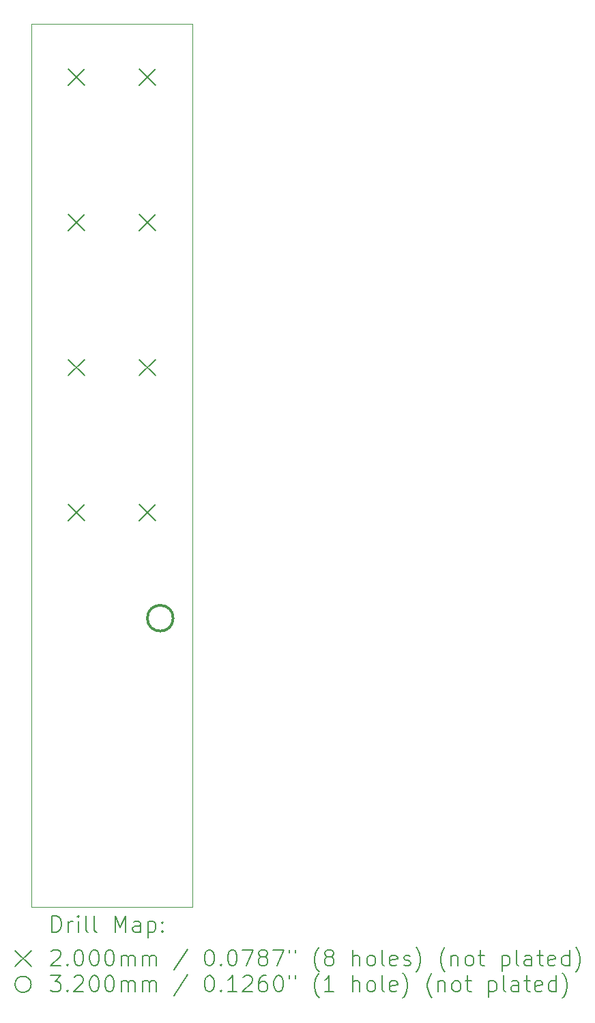
<source format=gbr>
%TF.GenerationSoftware,KiCad,Pcbnew,7.0.7-7.0.7~ubuntu22.04.1*%
%TF.CreationDate,2023-09-25T23:33:45+02:00*%
%TF.ProjectId,Basic-ADSR,42617369-632d-4414-9453-522e6b696361,rev?*%
%TF.SameCoordinates,Original*%
%TF.FileFunction,Drillmap*%
%TF.FilePolarity,Positive*%
%FSLAX45Y45*%
G04 Gerber Fmt 4.5, Leading zero omitted, Abs format (unit mm)*
G04 Created by KiCad (PCBNEW 7.0.7-7.0.7~ubuntu22.04.1) date 2023-09-25 23:33:45*
%MOMM*%
%LPD*%
G01*
G04 APERTURE LIST*
%ADD10C,0.050000*%
%ADD11C,0.200000*%
%ADD12C,0.320000*%
G04 APERTURE END LIST*
D10*
X6400000Y-3400000D02*
X8400000Y-3400000D01*
X8400000Y-3400000D02*
X8400000Y-14350000D01*
X6400000Y-14350000D02*
X8400000Y-14350000D01*
X6400000Y-3400000D02*
X6400000Y-14350000D01*
D11*
X6860000Y-3960000D02*
X7060000Y-4160000D01*
X7060000Y-3960000D02*
X6860000Y-4160000D01*
X6860000Y-5760000D02*
X7060000Y-5960000D01*
X7060000Y-5760000D02*
X6860000Y-5960000D01*
X6860000Y-7560000D02*
X7060000Y-7760000D01*
X7060000Y-7560000D02*
X6860000Y-7760000D01*
X6860000Y-9360000D02*
X7060000Y-9560000D01*
X7060000Y-9360000D02*
X6860000Y-9560000D01*
X7740000Y-3960000D02*
X7940000Y-4160000D01*
X7940000Y-3960000D02*
X7740000Y-4160000D01*
X7740000Y-5760000D02*
X7940000Y-5960000D01*
X7940000Y-5760000D02*
X7740000Y-5960000D01*
X7740000Y-7560000D02*
X7940000Y-7760000D01*
X7940000Y-7560000D02*
X7740000Y-7760000D01*
X7740000Y-9360000D02*
X7940000Y-9560000D01*
X7940000Y-9360000D02*
X7740000Y-9560000D01*
D12*
X8160000Y-10770000D02*
G75*
G03*
X8160000Y-10770000I-160000J0D01*
G01*
D11*
X6658277Y-14663984D02*
X6658277Y-14463984D01*
X6658277Y-14463984D02*
X6705896Y-14463984D01*
X6705896Y-14463984D02*
X6734467Y-14473508D01*
X6734467Y-14473508D02*
X6753515Y-14492555D01*
X6753515Y-14492555D02*
X6763039Y-14511603D01*
X6763039Y-14511603D02*
X6772562Y-14549698D01*
X6772562Y-14549698D02*
X6772562Y-14578269D01*
X6772562Y-14578269D02*
X6763039Y-14616365D01*
X6763039Y-14616365D02*
X6753515Y-14635412D01*
X6753515Y-14635412D02*
X6734467Y-14654460D01*
X6734467Y-14654460D02*
X6705896Y-14663984D01*
X6705896Y-14663984D02*
X6658277Y-14663984D01*
X6858277Y-14663984D02*
X6858277Y-14530650D01*
X6858277Y-14568746D02*
X6867801Y-14549698D01*
X6867801Y-14549698D02*
X6877324Y-14540174D01*
X6877324Y-14540174D02*
X6896372Y-14530650D01*
X6896372Y-14530650D02*
X6915420Y-14530650D01*
X6982086Y-14663984D02*
X6982086Y-14530650D01*
X6982086Y-14463984D02*
X6972562Y-14473508D01*
X6972562Y-14473508D02*
X6982086Y-14483031D01*
X6982086Y-14483031D02*
X6991610Y-14473508D01*
X6991610Y-14473508D02*
X6982086Y-14463984D01*
X6982086Y-14463984D02*
X6982086Y-14483031D01*
X7105896Y-14663984D02*
X7086848Y-14654460D01*
X7086848Y-14654460D02*
X7077324Y-14635412D01*
X7077324Y-14635412D02*
X7077324Y-14463984D01*
X7210658Y-14663984D02*
X7191610Y-14654460D01*
X7191610Y-14654460D02*
X7182086Y-14635412D01*
X7182086Y-14635412D02*
X7182086Y-14463984D01*
X7439229Y-14663984D02*
X7439229Y-14463984D01*
X7439229Y-14463984D02*
X7505896Y-14606841D01*
X7505896Y-14606841D02*
X7572562Y-14463984D01*
X7572562Y-14463984D02*
X7572562Y-14663984D01*
X7753515Y-14663984D02*
X7753515Y-14559222D01*
X7753515Y-14559222D02*
X7743991Y-14540174D01*
X7743991Y-14540174D02*
X7724943Y-14530650D01*
X7724943Y-14530650D02*
X7686848Y-14530650D01*
X7686848Y-14530650D02*
X7667801Y-14540174D01*
X7753515Y-14654460D02*
X7734467Y-14663984D01*
X7734467Y-14663984D02*
X7686848Y-14663984D01*
X7686848Y-14663984D02*
X7667801Y-14654460D01*
X7667801Y-14654460D02*
X7658277Y-14635412D01*
X7658277Y-14635412D02*
X7658277Y-14616365D01*
X7658277Y-14616365D02*
X7667801Y-14597317D01*
X7667801Y-14597317D02*
X7686848Y-14587793D01*
X7686848Y-14587793D02*
X7734467Y-14587793D01*
X7734467Y-14587793D02*
X7753515Y-14578269D01*
X7848753Y-14530650D02*
X7848753Y-14730650D01*
X7848753Y-14540174D02*
X7867801Y-14530650D01*
X7867801Y-14530650D02*
X7905896Y-14530650D01*
X7905896Y-14530650D02*
X7924943Y-14540174D01*
X7924943Y-14540174D02*
X7934467Y-14549698D01*
X7934467Y-14549698D02*
X7943991Y-14568746D01*
X7943991Y-14568746D02*
X7943991Y-14625888D01*
X7943991Y-14625888D02*
X7934467Y-14644936D01*
X7934467Y-14644936D02*
X7924943Y-14654460D01*
X7924943Y-14654460D02*
X7905896Y-14663984D01*
X7905896Y-14663984D02*
X7867801Y-14663984D01*
X7867801Y-14663984D02*
X7848753Y-14654460D01*
X8029705Y-14644936D02*
X8039229Y-14654460D01*
X8039229Y-14654460D02*
X8029705Y-14663984D01*
X8029705Y-14663984D02*
X8020182Y-14654460D01*
X8020182Y-14654460D02*
X8029705Y-14644936D01*
X8029705Y-14644936D02*
X8029705Y-14663984D01*
X8029705Y-14540174D02*
X8039229Y-14549698D01*
X8039229Y-14549698D02*
X8029705Y-14559222D01*
X8029705Y-14559222D02*
X8020182Y-14549698D01*
X8020182Y-14549698D02*
X8029705Y-14540174D01*
X8029705Y-14540174D02*
X8029705Y-14559222D01*
X6197500Y-14892500D02*
X6397500Y-15092500D01*
X6397500Y-14892500D02*
X6197500Y-15092500D01*
X6648753Y-14903031D02*
X6658277Y-14893508D01*
X6658277Y-14893508D02*
X6677324Y-14883984D01*
X6677324Y-14883984D02*
X6724943Y-14883984D01*
X6724943Y-14883984D02*
X6743991Y-14893508D01*
X6743991Y-14893508D02*
X6753515Y-14903031D01*
X6753515Y-14903031D02*
X6763039Y-14922079D01*
X6763039Y-14922079D02*
X6763039Y-14941127D01*
X6763039Y-14941127D02*
X6753515Y-14969698D01*
X6753515Y-14969698D02*
X6639229Y-15083984D01*
X6639229Y-15083984D02*
X6763039Y-15083984D01*
X6848753Y-15064936D02*
X6858277Y-15074460D01*
X6858277Y-15074460D02*
X6848753Y-15083984D01*
X6848753Y-15083984D02*
X6839229Y-15074460D01*
X6839229Y-15074460D02*
X6848753Y-15064936D01*
X6848753Y-15064936D02*
X6848753Y-15083984D01*
X6982086Y-14883984D02*
X7001134Y-14883984D01*
X7001134Y-14883984D02*
X7020182Y-14893508D01*
X7020182Y-14893508D02*
X7029705Y-14903031D01*
X7029705Y-14903031D02*
X7039229Y-14922079D01*
X7039229Y-14922079D02*
X7048753Y-14960174D01*
X7048753Y-14960174D02*
X7048753Y-15007793D01*
X7048753Y-15007793D02*
X7039229Y-15045888D01*
X7039229Y-15045888D02*
X7029705Y-15064936D01*
X7029705Y-15064936D02*
X7020182Y-15074460D01*
X7020182Y-15074460D02*
X7001134Y-15083984D01*
X7001134Y-15083984D02*
X6982086Y-15083984D01*
X6982086Y-15083984D02*
X6963039Y-15074460D01*
X6963039Y-15074460D02*
X6953515Y-15064936D01*
X6953515Y-15064936D02*
X6943991Y-15045888D01*
X6943991Y-15045888D02*
X6934467Y-15007793D01*
X6934467Y-15007793D02*
X6934467Y-14960174D01*
X6934467Y-14960174D02*
X6943991Y-14922079D01*
X6943991Y-14922079D02*
X6953515Y-14903031D01*
X6953515Y-14903031D02*
X6963039Y-14893508D01*
X6963039Y-14893508D02*
X6982086Y-14883984D01*
X7172562Y-14883984D02*
X7191610Y-14883984D01*
X7191610Y-14883984D02*
X7210658Y-14893508D01*
X7210658Y-14893508D02*
X7220182Y-14903031D01*
X7220182Y-14903031D02*
X7229705Y-14922079D01*
X7229705Y-14922079D02*
X7239229Y-14960174D01*
X7239229Y-14960174D02*
X7239229Y-15007793D01*
X7239229Y-15007793D02*
X7229705Y-15045888D01*
X7229705Y-15045888D02*
X7220182Y-15064936D01*
X7220182Y-15064936D02*
X7210658Y-15074460D01*
X7210658Y-15074460D02*
X7191610Y-15083984D01*
X7191610Y-15083984D02*
X7172562Y-15083984D01*
X7172562Y-15083984D02*
X7153515Y-15074460D01*
X7153515Y-15074460D02*
X7143991Y-15064936D01*
X7143991Y-15064936D02*
X7134467Y-15045888D01*
X7134467Y-15045888D02*
X7124943Y-15007793D01*
X7124943Y-15007793D02*
X7124943Y-14960174D01*
X7124943Y-14960174D02*
X7134467Y-14922079D01*
X7134467Y-14922079D02*
X7143991Y-14903031D01*
X7143991Y-14903031D02*
X7153515Y-14893508D01*
X7153515Y-14893508D02*
X7172562Y-14883984D01*
X7363039Y-14883984D02*
X7382086Y-14883984D01*
X7382086Y-14883984D02*
X7401134Y-14893508D01*
X7401134Y-14893508D02*
X7410658Y-14903031D01*
X7410658Y-14903031D02*
X7420182Y-14922079D01*
X7420182Y-14922079D02*
X7429705Y-14960174D01*
X7429705Y-14960174D02*
X7429705Y-15007793D01*
X7429705Y-15007793D02*
X7420182Y-15045888D01*
X7420182Y-15045888D02*
X7410658Y-15064936D01*
X7410658Y-15064936D02*
X7401134Y-15074460D01*
X7401134Y-15074460D02*
X7382086Y-15083984D01*
X7382086Y-15083984D02*
X7363039Y-15083984D01*
X7363039Y-15083984D02*
X7343991Y-15074460D01*
X7343991Y-15074460D02*
X7334467Y-15064936D01*
X7334467Y-15064936D02*
X7324943Y-15045888D01*
X7324943Y-15045888D02*
X7315420Y-15007793D01*
X7315420Y-15007793D02*
X7315420Y-14960174D01*
X7315420Y-14960174D02*
X7324943Y-14922079D01*
X7324943Y-14922079D02*
X7334467Y-14903031D01*
X7334467Y-14903031D02*
X7343991Y-14893508D01*
X7343991Y-14893508D02*
X7363039Y-14883984D01*
X7515420Y-15083984D02*
X7515420Y-14950650D01*
X7515420Y-14969698D02*
X7524943Y-14960174D01*
X7524943Y-14960174D02*
X7543991Y-14950650D01*
X7543991Y-14950650D02*
X7572563Y-14950650D01*
X7572563Y-14950650D02*
X7591610Y-14960174D01*
X7591610Y-14960174D02*
X7601134Y-14979222D01*
X7601134Y-14979222D02*
X7601134Y-15083984D01*
X7601134Y-14979222D02*
X7610658Y-14960174D01*
X7610658Y-14960174D02*
X7629705Y-14950650D01*
X7629705Y-14950650D02*
X7658277Y-14950650D01*
X7658277Y-14950650D02*
X7677324Y-14960174D01*
X7677324Y-14960174D02*
X7686848Y-14979222D01*
X7686848Y-14979222D02*
X7686848Y-15083984D01*
X7782086Y-15083984D02*
X7782086Y-14950650D01*
X7782086Y-14969698D02*
X7791610Y-14960174D01*
X7791610Y-14960174D02*
X7810658Y-14950650D01*
X7810658Y-14950650D02*
X7839229Y-14950650D01*
X7839229Y-14950650D02*
X7858277Y-14960174D01*
X7858277Y-14960174D02*
X7867801Y-14979222D01*
X7867801Y-14979222D02*
X7867801Y-15083984D01*
X7867801Y-14979222D02*
X7877324Y-14960174D01*
X7877324Y-14960174D02*
X7896372Y-14950650D01*
X7896372Y-14950650D02*
X7924943Y-14950650D01*
X7924943Y-14950650D02*
X7943991Y-14960174D01*
X7943991Y-14960174D02*
X7953515Y-14979222D01*
X7953515Y-14979222D02*
X7953515Y-15083984D01*
X8343991Y-14874460D02*
X8172563Y-15131603D01*
X8601134Y-14883984D02*
X8620182Y-14883984D01*
X8620182Y-14883984D02*
X8639229Y-14893508D01*
X8639229Y-14893508D02*
X8648753Y-14903031D01*
X8648753Y-14903031D02*
X8658277Y-14922079D01*
X8658277Y-14922079D02*
X8667801Y-14960174D01*
X8667801Y-14960174D02*
X8667801Y-15007793D01*
X8667801Y-15007793D02*
X8658277Y-15045888D01*
X8658277Y-15045888D02*
X8648753Y-15064936D01*
X8648753Y-15064936D02*
X8639229Y-15074460D01*
X8639229Y-15074460D02*
X8620182Y-15083984D01*
X8620182Y-15083984D02*
X8601134Y-15083984D01*
X8601134Y-15083984D02*
X8582087Y-15074460D01*
X8582087Y-15074460D02*
X8572563Y-15064936D01*
X8572563Y-15064936D02*
X8563039Y-15045888D01*
X8563039Y-15045888D02*
X8553515Y-15007793D01*
X8553515Y-15007793D02*
X8553515Y-14960174D01*
X8553515Y-14960174D02*
X8563039Y-14922079D01*
X8563039Y-14922079D02*
X8572563Y-14903031D01*
X8572563Y-14903031D02*
X8582087Y-14893508D01*
X8582087Y-14893508D02*
X8601134Y-14883984D01*
X8753515Y-15064936D02*
X8763039Y-15074460D01*
X8763039Y-15074460D02*
X8753515Y-15083984D01*
X8753515Y-15083984D02*
X8743991Y-15074460D01*
X8743991Y-15074460D02*
X8753515Y-15064936D01*
X8753515Y-15064936D02*
X8753515Y-15083984D01*
X8886848Y-14883984D02*
X8905896Y-14883984D01*
X8905896Y-14883984D02*
X8924944Y-14893508D01*
X8924944Y-14893508D02*
X8934468Y-14903031D01*
X8934468Y-14903031D02*
X8943991Y-14922079D01*
X8943991Y-14922079D02*
X8953515Y-14960174D01*
X8953515Y-14960174D02*
X8953515Y-15007793D01*
X8953515Y-15007793D02*
X8943991Y-15045888D01*
X8943991Y-15045888D02*
X8934468Y-15064936D01*
X8934468Y-15064936D02*
X8924944Y-15074460D01*
X8924944Y-15074460D02*
X8905896Y-15083984D01*
X8905896Y-15083984D02*
X8886848Y-15083984D01*
X8886848Y-15083984D02*
X8867801Y-15074460D01*
X8867801Y-15074460D02*
X8858277Y-15064936D01*
X8858277Y-15064936D02*
X8848753Y-15045888D01*
X8848753Y-15045888D02*
X8839229Y-15007793D01*
X8839229Y-15007793D02*
X8839229Y-14960174D01*
X8839229Y-14960174D02*
X8848753Y-14922079D01*
X8848753Y-14922079D02*
X8858277Y-14903031D01*
X8858277Y-14903031D02*
X8867801Y-14893508D01*
X8867801Y-14893508D02*
X8886848Y-14883984D01*
X9020182Y-14883984D02*
X9153515Y-14883984D01*
X9153515Y-14883984D02*
X9067801Y-15083984D01*
X9258277Y-14969698D02*
X9239229Y-14960174D01*
X9239229Y-14960174D02*
X9229706Y-14950650D01*
X9229706Y-14950650D02*
X9220182Y-14931603D01*
X9220182Y-14931603D02*
X9220182Y-14922079D01*
X9220182Y-14922079D02*
X9229706Y-14903031D01*
X9229706Y-14903031D02*
X9239229Y-14893508D01*
X9239229Y-14893508D02*
X9258277Y-14883984D01*
X9258277Y-14883984D02*
X9296372Y-14883984D01*
X9296372Y-14883984D02*
X9315420Y-14893508D01*
X9315420Y-14893508D02*
X9324944Y-14903031D01*
X9324944Y-14903031D02*
X9334468Y-14922079D01*
X9334468Y-14922079D02*
X9334468Y-14931603D01*
X9334468Y-14931603D02*
X9324944Y-14950650D01*
X9324944Y-14950650D02*
X9315420Y-14960174D01*
X9315420Y-14960174D02*
X9296372Y-14969698D01*
X9296372Y-14969698D02*
X9258277Y-14969698D01*
X9258277Y-14969698D02*
X9239229Y-14979222D01*
X9239229Y-14979222D02*
X9229706Y-14988746D01*
X9229706Y-14988746D02*
X9220182Y-15007793D01*
X9220182Y-15007793D02*
X9220182Y-15045888D01*
X9220182Y-15045888D02*
X9229706Y-15064936D01*
X9229706Y-15064936D02*
X9239229Y-15074460D01*
X9239229Y-15074460D02*
X9258277Y-15083984D01*
X9258277Y-15083984D02*
X9296372Y-15083984D01*
X9296372Y-15083984D02*
X9315420Y-15074460D01*
X9315420Y-15074460D02*
X9324944Y-15064936D01*
X9324944Y-15064936D02*
X9334468Y-15045888D01*
X9334468Y-15045888D02*
X9334468Y-15007793D01*
X9334468Y-15007793D02*
X9324944Y-14988746D01*
X9324944Y-14988746D02*
X9315420Y-14979222D01*
X9315420Y-14979222D02*
X9296372Y-14969698D01*
X9401134Y-14883984D02*
X9534468Y-14883984D01*
X9534468Y-14883984D02*
X9448753Y-15083984D01*
X9601134Y-14883984D02*
X9601134Y-14922079D01*
X9677325Y-14883984D02*
X9677325Y-14922079D01*
X9972563Y-15160174D02*
X9963039Y-15150650D01*
X9963039Y-15150650D02*
X9943991Y-15122079D01*
X9943991Y-15122079D02*
X9934468Y-15103031D01*
X9934468Y-15103031D02*
X9924944Y-15074460D01*
X9924944Y-15074460D02*
X9915420Y-15026841D01*
X9915420Y-15026841D02*
X9915420Y-14988746D01*
X9915420Y-14988746D02*
X9924944Y-14941127D01*
X9924944Y-14941127D02*
X9934468Y-14912555D01*
X9934468Y-14912555D02*
X9943991Y-14893508D01*
X9943991Y-14893508D02*
X9963039Y-14864936D01*
X9963039Y-14864936D02*
X9972563Y-14855412D01*
X10077325Y-14969698D02*
X10058277Y-14960174D01*
X10058277Y-14960174D02*
X10048753Y-14950650D01*
X10048753Y-14950650D02*
X10039230Y-14931603D01*
X10039230Y-14931603D02*
X10039230Y-14922079D01*
X10039230Y-14922079D02*
X10048753Y-14903031D01*
X10048753Y-14903031D02*
X10058277Y-14893508D01*
X10058277Y-14893508D02*
X10077325Y-14883984D01*
X10077325Y-14883984D02*
X10115420Y-14883984D01*
X10115420Y-14883984D02*
X10134468Y-14893508D01*
X10134468Y-14893508D02*
X10143991Y-14903031D01*
X10143991Y-14903031D02*
X10153515Y-14922079D01*
X10153515Y-14922079D02*
X10153515Y-14931603D01*
X10153515Y-14931603D02*
X10143991Y-14950650D01*
X10143991Y-14950650D02*
X10134468Y-14960174D01*
X10134468Y-14960174D02*
X10115420Y-14969698D01*
X10115420Y-14969698D02*
X10077325Y-14969698D01*
X10077325Y-14969698D02*
X10058277Y-14979222D01*
X10058277Y-14979222D02*
X10048753Y-14988746D01*
X10048753Y-14988746D02*
X10039230Y-15007793D01*
X10039230Y-15007793D02*
X10039230Y-15045888D01*
X10039230Y-15045888D02*
X10048753Y-15064936D01*
X10048753Y-15064936D02*
X10058277Y-15074460D01*
X10058277Y-15074460D02*
X10077325Y-15083984D01*
X10077325Y-15083984D02*
X10115420Y-15083984D01*
X10115420Y-15083984D02*
X10134468Y-15074460D01*
X10134468Y-15074460D02*
X10143991Y-15064936D01*
X10143991Y-15064936D02*
X10153515Y-15045888D01*
X10153515Y-15045888D02*
X10153515Y-15007793D01*
X10153515Y-15007793D02*
X10143991Y-14988746D01*
X10143991Y-14988746D02*
X10134468Y-14979222D01*
X10134468Y-14979222D02*
X10115420Y-14969698D01*
X10391611Y-15083984D02*
X10391611Y-14883984D01*
X10477325Y-15083984D02*
X10477325Y-14979222D01*
X10477325Y-14979222D02*
X10467801Y-14960174D01*
X10467801Y-14960174D02*
X10448753Y-14950650D01*
X10448753Y-14950650D02*
X10420182Y-14950650D01*
X10420182Y-14950650D02*
X10401134Y-14960174D01*
X10401134Y-14960174D02*
X10391611Y-14969698D01*
X10601134Y-15083984D02*
X10582087Y-15074460D01*
X10582087Y-15074460D02*
X10572563Y-15064936D01*
X10572563Y-15064936D02*
X10563039Y-15045888D01*
X10563039Y-15045888D02*
X10563039Y-14988746D01*
X10563039Y-14988746D02*
X10572563Y-14969698D01*
X10572563Y-14969698D02*
X10582087Y-14960174D01*
X10582087Y-14960174D02*
X10601134Y-14950650D01*
X10601134Y-14950650D02*
X10629706Y-14950650D01*
X10629706Y-14950650D02*
X10648753Y-14960174D01*
X10648753Y-14960174D02*
X10658277Y-14969698D01*
X10658277Y-14969698D02*
X10667801Y-14988746D01*
X10667801Y-14988746D02*
X10667801Y-15045888D01*
X10667801Y-15045888D02*
X10658277Y-15064936D01*
X10658277Y-15064936D02*
X10648753Y-15074460D01*
X10648753Y-15074460D02*
X10629706Y-15083984D01*
X10629706Y-15083984D02*
X10601134Y-15083984D01*
X10782087Y-15083984D02*
X10763039Y-15074460D01*
X10763039Y-15074460D02*
X10753515Y-15055412D01*
X10753515Y-15055412D02*
X10753515Y-14883984D01*
X10934468Y-15074460D02*
X10915420Y-15083984D01*
X10915420Y-15083984D02*
X10877325Y-15083984D01*
X10877325Y-15083984D02*
X10858277Y-15074460D01*
X10858277Y-15074460D02*
X10848753Y-15055412D01*
X10848753Y-15055412D02*
X10848753Y-14979222D01*
X10848753Y-14979222D02*
X10858277Y-14960174D01*
X10858277Y-14960174D02*
X10877325Y-14950650D01*
X10877325Y-14950650D02*
X10915420Y-14950650D01*
X10915420Y-14950650D02*
X10934468Y-14960174D01*
X10934468Y-14960174D02*
X10943992Y-14979222D01*
X10943992Y-14979222D02*
X10943992Y-14998269D01*
X10943992Y-14998269D02*
X10848753Y-15017317D01*
X11020182Y-15074460D02*
X11039230Y-15083984D01*
X11039230Y-15083984D02*
X11077325Y-15083984D01*
X11077325Y-15083984D02*
X11096373Y-15074460D01*
X11096373Y-15074460D02*
X11105896Y-15055412D01*
X11105896Y-15055412D02*
X11105896Y-15045888D01*
X11105896Y-15045888D02*
X11096373Y-15026841D01*
X11096373Y-15026841D02*
X11077325Y-15017317D01*
X11077325Y-15017317D02*
X11048753Y-15017317D01*
X11048753Y-15017317D02*
X11029706Y-15007793D01*
X11029706Y-15007793D02*
X11020182Y-14988746D01*
X11020182Y-14988746D02*
X11020182Y-14979222D01*
X11020182Y-14979222D02*
X11029706Y-14960174D01*
X11029706Y-14960174D02*
X11048753Y-14950650D01*
X11048753Y-14950650D02*
X11077325Y-14950650D01*
X11077325Y-14950650D02*
X11096373Y-14960174D01*
X11172563Y-15160174D02*
X11182087Y-15150650D01*
X11182087Y-15150650D02*
X11201134Y-15122079D01*
X11201134Y-15122079D02*
X11210658Y-15103031D01*
X11210658Y-15103031D02*
X11220182Y-15074460D01*
X11220182Y-15074460D02*
X11229706Y-15026841D01*
X11229706Y-15026841D02*
X11229706Y-14988746D01*
X11229706Y-14988746D02*
X11220182Y-14941127D01*
X11220182Y-14941127D02*
X11210658Y-14912555D01*
X11210658Y-14912555D02*
X11201134Y-14893508D01*
X11201134Y-14893508D02*
X11182087Y-14864936D01*
X11182087Y-14864936D02*
X11172563Y-14855412D01*
X11534468Y-15160174D02*
X11524944Y-15150650D01*
X11524944Y-15150650D02*
X11505896Y-15122079D01*
X11505896Y-15122079D02*
X11496372Y-15103031D01*
X11496372Y-15103031D02*
X11486849Y-15074460D01*
X11486849Y-15074460D02*
X11477325Y-15026841D01*
X11477325Y-15026841D02*
X11477325Y-14988746D01*
X11477325Y-14988746D02*
X11486849Y-14941127D01*
X11486849Y-14941127D02*
X11496372Y-14912555D01*
X11496372Y-14912555D02*
X11505896Y-14893508D01*
X11505896Y-14893508D02*
X11524944Y-14864936D01*
X11524944Y-14864936D02*
X11534468Y-14855412D01*
X11610658Y-14950650D02*
X11610658Y-15083984D01*
X11610658Y-14969698D02*
X11620182Y-14960174D01*
X11620182Y-14960174D02*
X11639230Y-14950650D01*
X11639230Y-14950650D02*
X11667801Y-14950650D01*
X11667801Y-14950650D02*
X11686849Y-14960174D01*
X11686849Y-14960174D02*
X11696372Y-14979222D01*
X11696372Y-14979222D02*
X11696372Y-15083984D01*
X11820182Y-15083984D02*
X11801134Y-15074460D01*
X11801134Y-15074460D02*
X11791611Y-15064936D01*
X11791611Y-15064936D02*
X11782087Y-15045888D01*
X11782087Y-15045888D02*
X11782087Y-14988746D01*
X11782087Y-14988746D02*
X11791611Y-14969698D01*
X11791611Y-14969698D02*
X11801134Y-14960174D01*
X11801134Y-14960174D02*
X11820182Y-14950650D01*
X11820182Y-14950650D02*
X11848753Y-14950650D01*
X11848753Y-14950650D02*
X11867801Y-14960174D01*
X11867801Y-14960174D02*
X11877325Y-14969698D01*
X11877325Y-14969698D02*
X11886849Y-14988746D01*
X11886849Y-14988746D02*
X11886849Y-15045888D01*
X11886849Y-15045888D02*
X11877325Y-15064936D01*
X11877325Y-15064936D02*
X11867801Y-15074460D01*
X11867801Y-15074460D02*
X11848753Y-15083984D01*
X11848753Y-15083984D02*
X11820182Y-15083984D01*
X11943992Y-14950650D02*
X12020182Y-14950650D01*
X11972563Y-14883984D02*
X11972563Y-15055412D01*
X11972563Y-15055412D02*
X11982087Y-15074460D01*
X11982087Y-15074460D02*
X12001134Y-15083984D01*
X12001134Y-15083984D02*
X12020182Y-15083984D01*
X12239230Y-14950650D02*
X12239230Y-15150650D01*
X12239230Y-14960174D02*
X12258277Y-14950650D01*
X12258277Y-14950650D02*
X12296373Y-14950650D01*
X12296373Y-14950650D02*
X12315420Y-14960174D01*
X12315420Y-14960174D02*
X12324944Y-14969698D01*
X12324944Y-14969698D02*
X12334468Y-14988746D01*
X12334468Y-14988746D02*
X12334468Y-15045888D01*
X12334468Y-15045888D02*
X12324944Y-15064936D01*
X12324944Y-15064936D02*
X12315420Y-15074460D01*
X12315420Y-15074460D02*
X12296373Y-15083984D01*
X12296373Y-15083984D02*
X12258277Y-15083984D01*
X12258277Y-15083984D02*
X12239230Y-15074460D01*
X12448753Y-15083984D02*
X12429706Y-15074460D01*
X12429706Y-15074460D02*
X12420182Y-15055412D01*
X12420182Y-15055412D02*
X12420182Y-14883984D01*
X12610658Y-15083984D02*
X12610658Y-14979222D01*
X12610658Y-14979222D02*
X12601134Y-14960174D01*
X12601134Y-14960174D02*
X12582087Y-14950650D01*
X12582087Y-14950650D02*
X12543992Y-14950650D01*
X12543992Y-14950650D02*
X12524944Y-14960174D01*
X12610658Y-15074460D02*
X12591611Y-15083984D01*
X12591611Y-15083984D02*
X12543992Y-15083984D01*
X12543992Y-15083984D02*
X12524944Y-15074460D01*
X12524944Y-15074460D02*
X12515420Y-15055412D01*
X12515420Y-15055412D02*
X12515420Y-15036365D01*
X12515420Y-15036365D02*
X12524944Y-15017317D01*
X12524944Y-15017317D02*
X12543992Y-15007793D01*
X12543992Y-15007793D02*
X12591611Y-15007793D01*
X12591611Y-15007793D02*
X12610658Y-14998269D01*
X12677325Y-14950650D02*
X12753515Y-14950650D01*
X12705896Y-14883984D02*
X12705896Y-15055412D01*
X12705896Y-15055412D02*
X12715420Y-15074460D01*
X12715420Y-15074460D02*
X12734468Y-15083984D01*
X12734468Y-15083984D02*
X12753515Y-15083984D01*
X12896373Y-15074460D02*
X12877325Y-15083984D01*
X12877325Y-15083984D02*
X12839230Y-15083984D01*
X12839230Y-15083984D02*
X12820182Y-15074460D01*
X12820182Y-15074460D02*
X12810658Y-15055412D01*
X12810658Y-15055412D02*
X12810658Y-14979222D01*
X12810658Y-14979222D02*
X12820182Y-14960174D01*
X12820182Y-14960174D02*
X12839230Y-14950650D01*
X12839230Y-14950650D02*
X12877325Y-14950650D01*
X12877325Y-14950650D02*
X12896373Y-14960174D01*
X12896373Y-14960174D02*
X12905896Y-14979222D01*
X12905896Y-14979222D02*
X12905896Y-14998269D01*
X12905896Y-14998269D02*
X12810658Y-15017317D01*
X13077325Y-15083984D02*
X13077325Y-14883984D01*
X13077325Y-15074460D02*
X13058277Y-15083984D01*
X13058277Y-15083984D02*
X13020182Y-15083984D01*
X13020182Y-15083984D02*
X13001134Y-15074460D01*
X13001134Y-15074460D02*
X12991611Y-15064936D01*
X12991611Y-15064936D02*
X12982087Y-15045888D01*
X12982087Y-15045888D02*
X12982087Y-14988746D01*
X12982087Y-14988746D02*
X12991611Y-14969698D01*
X12991611Y-14969698D02*
X13001134Y-14960174D01*
X13001134Y-14960174D02*
X13020182Y-14950650D01*
X13020182Y-14950650D02*
X13058277Y-14950650D01*
X13058277Y-14950650D02*
X13077325Y-14960174D01*
X13153515Y-15160174D02*
X13163039Y-15150650D01*
X13163039Y-15150650D02*
X13182087Y-15122079D01*
X13182087Y-15122079D02*
X13191611Y-15103031D01*
X13191611Y-15103031D02*
X13201134Y-15074460D01*
X13201134Y-15074460D02*
X13210658Y-15026841D01*
X13210658Y-15026841D02*
X13210658Y-14988746D01*
X13210658Y-14988746D02*
X13201134Y-14941127D01*
X13201134Y-14941127D02*
X13191611Y-14912555D01*
X13191611Y-14912555D02*
X13182087Y-14893508D01*
X13182087Y-14893508D02*
X13163039Y-14864936D01*
X13163039Y-14864936D02*
X13153515Y-14855412D01*
X6397500Y-15312500D02*
G75*
G03*
X6397500Y-15312500I-100000J0D01*
G01*
X6639229Y-15203984D02*
X6763039Y-15203984D01*
X6763039Y-15203984D02*
X6696372Y-15280174D01*
X6696372Y-15280174D02*
X6724943Y-15280174D01*
X6724943Y-15280174D02*
X6743991Y-15289698D01*
X6743991Y-15289698D02*
X6753515Y-15299222D01*
X6753515Y-15299222D02*
X6763039Y-15318269D01*
X6763039Y-15318269D02*
X6763039Y-15365888D01*
X6763039Y-15365888D02*
X6753515Y-15384936D01*
X6753515Y-15384936D02*
X6743991Y-15394460D01*
X6743991Y-15394460D02*
X6724943Y-15403984D01*
X6724943Y-15403984D02*
X6667801Y-15403984D01*
X6667801Y-15403984D02*
X6648753Y-15394460D01*
X6648753Y-15394460D02*
X6639229Y-15384936D01*
X6848753Y-15384936D02*
X6858277Y-15394460D01*
X6858277Y-15394460D02*
X6848753Y-15403984D01*
X6848753Y-15403984D02*
X6839229Y-15394460D01*
X6839229Y-15394460D02*
X6848753Y-15384936D01*
X6848753Y-15384936D02*
X6848753Y-15403984D01*
X6934467Y-15223031D02*
X6943991Y-15213508D01*
X6943991Y-15213508D02*
X6963039Y-15203984D01*
X6963039Y-15203984D02*
X7010658Y-15203984D01*
X7010658Y-15203984D02*
X7029705Y-15213508D01*
X7029705Y-15213508D02*
X7039229Y-15223031D01*
X7039229Y-15223031D02*
X7048753Y-15242079D01*
X7048753Y-15242079D02*
X7048753Y-15261127D01*
X7048753Y-15261127D02*
X7039229Y-15289698D01*
X7039229Y-15289698D02*
X6924943Y-15403984D01*
X6924943Y-15403984D02*
X7048753Y-15403984D01*
X7172562Y-15203984D02*
X7191610Y-15203984D01*
X7191610Y-15203984D02*
X7210658Y-15213508D01*
X7210658Y-15213508D02*
X7220182Y-15223031D01*
X7220182Y-15223031D02*
X7229705Y-15242079D01*
X7229705Y-15242079D02*
X7239229Y-15280174D01*
X7239229Y-15280174D02*
X7239229Y-15327793D01*
X7239229Y-15327793D02*
X7229705Y-15365888D01*
X7229705Y-15365888D02*
X7220182Y-15384936D01*
X7220182Y-15384936D02*
X7210658Y-15394460D01*
X7210658Y-15394460D02*
X7191610Y-15403984D01*
X7191610Y-15403984D02*
X7172562Y-15403984D01*
X7172562Y-15403984D02*
X7153515Y-15394460D01*
X7153515Y-15394460D02*
X7143991Y-15384936D01*
X7143991Y-15384936D02*
X7134467Y-15365888D01*
X7134467Y-15365888D02*
X7124943Y-15327793D01*
X7124943Y-15327793D02*
X7124943Y-15280174D01*
X7124943Y-15280174D02*
X7134467Y-15242079D01*
X7134467Y-15242079D02*
X7143991Y-15223031D01*
X7143991Y-15223031D02*
X7153515Y-15213508D01*
X7153515Y-15213508D02*
X7172562Y-15203984D01*
X7363039Y-15203984D02*
X7382086Y-15203984D01*
X7382086Y-15203984D02*
X7401134Y-15213508D01*
X7401134Y-15213508D02*
X7410658Y-15223031D01*
X7410658Y-15223031D02*
X7420182Y-15242079D01*
X7420182Y-15242079D02*
X7429705Y-15280174D01*
X7429705Y-15280174D02*
X7429705Y-15327793D01*
X7429705Y-15327793D02*
X7420182Y-15365888D01*
X7420182Y-15365888D02*
X7410658Y-15384936D01*
X7410658Y-15384936D02*
X7401134Y-15394460D01*
X7401134Y-15394460D02*
X7382086Y-15403984D01*
X7382086Y-15403984D02*
X7363039Y-15403984D01*
X7363039Y-15403984D02*
X7343991Y-15394460D01*
X7343991Y-15394460D02*
X7334467Y-15384936D01*
X7334467Y-15384936D02*
X7324943Y-15365888D01*
X7324943Y-15365888D02*
X7315420Y-15327793D01*
X7315420Y-15327793D02*
X7315420Y-15280174D01*
X7315420Y-15280174D02*
X7324943Y-15242079D01*
X7324943Y-15242079D02*
X7334467Y-15223031D01*
X7334467Y-15223031D02*
X7343991Y-15213508D01*
X7343991Y-15213508D02*
X7363039Y-15203984D01*
X7515420Y-15403984D02*
X7515420Y-15270650D01*
X7515420Y-15289698D02*
X7524943Y-15280174D01*
X7524943Y-15280174D02*
X7543991Y-15270650D01*
X7543991Y-15270650D02*
X7572563Y-15270650D01*
X7572563Y-15270650D02*
X7591610Y-15280174D01*
X7591610Y-15280174D02*
X7601134Y-15299222D01*
X7601134Y-15299222D02*
X7601134Y-15403984D01*
X7601134Y-15299222D02*
X7610658Y-15280174D01*
X7610658Y-15280174D02*
X7629705Y-15270650D01*
X7629705Y-15270650D02*
X7658277Y-15270650D01*
X7658277Y-15270650D02*
X7677324Y-15280174D01*
X7677324Y-15280174D02*
X7686848Y-15299222D01*
X7686848Y-15299222D02*
X7686848Y-15403984D01*
X7782086Y-15403984D02*
X7782086Y-15270650D01*
X7782086Y-15289698D02*
X7791610Y-15280174D01*
X7791610Y-15280174D02*
X7810658Y-15270650D01*
X7810658Y-15270650D02*
X7839229Y-15270650D01*
X7839229Y-15270650D02*
X7858277Y-15280174D01*
X7858277Y-15280174D02*
X7867801Y-15299222D01*
X7867801Y-15299222D02*
X7867801Y-15403984D01*
X7867801Y-15299222D02*
X7877324Y-15280174D01*
X7877324Y-15280174D02*
X7896372Y-15270650D01*
X7896372Y-15270650D02*
X7924943Y-15270650D01*
X7924943Y-15270650D02*
X7943991Y-15280174D01*
X7943991Y-15280174D02*
X7953515Y-15299222D01*
X7953515Y-15299222D02*
X7953515Y-15403984D01*
X8343991Y-15194460D02*
X8172563Y-15451603D01*
X8601134Y-15203984D02*
X8620182Y-15203984D01*
X8620182Y-15203984D02*
X8639229Y-15213508D01*
X8639229Y-15213508D02*
X8648753Y-15223031D01*
X8648753Y-15223031D02*
X8658277Y-15242079D01*
X8658277Y-15242079D02*
X8667801Y-15280174D01*
X8667801Y-15280174D02*
X8667801Y-15327793D01*
X8667801Y-15327793D02*
X8658277Y-15365888D01*
X8658277Y-15365888D02*
X8648753Y-15384936D01*
X8648753Y-15384936D02*
X8639229Y-15394460D01*
X8639229Y-15394460D02*
X8620182Y-15403984D01*
X8620182Y-15403984D02*
X8601134Y-15403984D01*
X8601134Y-15403984D02*
X8582087Y-15394460D01*
X8582087Y-15394460D02*
X8572563Y-15384936D01*
X8572563Y-15384936D02*
X8563039Y-15365888D01*
X8563039Y-15365888D02*
X8553515Y-15327793D01*
X8553515Y-15327793D02*
X8553515Y-15280174D01*
X8553515Y-15280174D02*
X8563039Y-15242079D01*
X8563039Y-15242079D02*
X8572563Y-15223031D01*
X8572563Y-15223031D02*
X8582087Y-15213508D01*
X8582087Y-15213508D02*
X8601134Y-15203984D01*
X8753515Y-15384936D02*
X8763039Y-15394460D01*
X8763039Y-15394460D02*
X8753515Y-15403984D01*
X8753515Y-15403984D02*
X8743991Y-15394460D01*
X8743991Y-15394460D02*
X8753515Y-15384936D01*
X8753515Y-15384936D02*
X8753515Y-15403984D01*
X8953515Y-15403984D02*
X8839229Y-15403984D01*
X8896372Y-15403984D02*
X8896372Y-15203984D01*
X8896372Y-15203984D02*
X8877325Y-15232555D01*
X8877325Y-15232555D02*
X8858277Y-15251603D01*
X8858277Y-15251603D02*
X8839229Y-15261127D01*
X9029706Y-15223031D02*
X9039229Y-15213508D01*
X9039229Y-15213508D02*
X9058277Y-15203984D01*
X9058277Y-15203984D02*
X9105896Y-15203984D01*
X9105896Y-15203984D02*
X9124944Y-15213508D01*
X9124944Y-15213508D02*
X9134468Y-15223031D01*
X9134468Y-15223031D02*
X9143991Y-15242079D01*
X9143991Y-15242079D02*
X9143991Y-15261127D01*
X9143991Y-15261127D02*
X9134468Y-15289698D01*
X9134468Y-15289698D02*
X9020182Y-15403984D01*
X9020182Y-15403984D02*
X9143991Y-15403984D01*
X9315420Y-15203984D02*
X9277325Y-15203984D01*
X9277325Y-15203984D02*
X9258277Y-15213508D01*
X9258277Y-15213508D02*
X9248753Y-15223031D01*
X9248753Y-15223031D02*
X9229706Y-15251603D01*
X9229706Y-15251603D02*
X9220182Y-15289698D01*
X9220182Y-15289698D02*
X9220182Y-15365888D01*
X9220182Y-15365888D02*
X9229706Y-15384936D01*
X9229706Y-15384936D02*
X9239229Y-15394460D01*
X9239229Y-15394460D02*
X9258277Y-15403984D01*
X9258277Y-15403984D02*
X9296372Y-15403984D01*
X9296372Y-15403984D02*
X9315420Y-15394460D01*
X9315420Y-15394460D02*
X9324944Y-15384936D01*
X9324944Y-15384936D02*
X9334468Y-15365888D01*
X9334468Y-15365888D02*
X9334468Y-15318269D01*
X9334468Y-15318269D02*
X9324944Y-15299222D01*
X9324944Y-15299222D02*
X9315420Y-15289698D01*
X9315420Y-15289698D02*
X9296372Y-15280174D01*
X9296372Y-15280174D02*
X9258277Y-15280174D01*
X9258277Y-15280174D02*
X9239229Y-15289698D01*
X9239229Y-15289698D02*
X9229706Y-15299222D01*
X9229706Y-15299222D02*
X9220182Y-15318269D01*
X9458277Y-15203984D02*
X9477325Y-15203984D01*
X9477325Y-15203984D02*
X9496372Y-15213508D01*
X9496372Y-15213508D02*
X9505896Y-15223031D01*
X9505896Y-15223031D02*
X9515420Y-15242079D01*
X9515420Y-15242079D02*
X9524944Y-15280174D01*
X9524944Y-15280174D02*
X9524944Y-15327793D01*
X9524944Y-15327793D02*
X9515420Y-15365888D01*
X9515420Y-15365888D02*
X9505896Y-15384936D01*
X9505896Y-15384936D02*
X9496372Y-15394460D01*
X9496372Y-15394460D02*
X9477325Y-15403984D01*
X9477325Y-15403984D02*
X9458277Y-15403984D01*
X9458277Y-15403984D02*
X9439229Y-15394460D01*
X9439229Y-15394460D02*
X9429706Y-15384936D01*
X9429706Y-15384936D02*
X9420182Y-15365888D01*
X9420182Y-15365888D02*
X9410658Y-15327793D01*
X9410658Y-15327793D02*
X9410658Y-15280174D01*
X9410658Y-15280174D02*
X9420182Y-15242079D01*
X9420182Y-15242079D02*
X9429706Y-15223031D01*
X9429706Y-15223031D02*
X9439229Y-15213508D01*
X9439229Y-15213508D02*
X9458277Y-15203984D01*
X9601134Y-15203984D02*
X9601134Y-15242079D01*
X9677325Y-15203984D02*
X9677325Y-15242079D01*
X9972563Y-15480174D02*
X9963039Y-15470650D01*
X9963039Y-15470650D02*
X9943991Y-15442079D01*
X9943991Y-15442079D02*
X9934468Y-15423031D01*
X9934468Y-15423031D02*
X9924944Y-15394460D01*
X9924944Y-15394460D02*
X9915420Y-15346841D01*
X9915420Y-15346841D02*
X9915420Y-15308746D01*
X9915420Y-15308746D02*
X9924944Y-15261127D01*
X9924944Y-15261127D02*
X9934468Y-15232555D01*
X9934468Y-15232555D02*
X9943991Y-15213508D01*
X9943991Y-15213508D02*
X9963039Y-15184936D01*
X9963039Y-15184936D02*
X9972563Y-15175412D01*
X10153515Y-15403984D02*
X10039230Y-15403984D01*
X10096372Y-15403984D02*
X10096372Y-15203984D01*
X10096372Y-15203984D02*
X10077325Y-15232555D01*
X10077325Y-15232555D02*
X10058277Y-15251603D01*
X10058277Y-15251603D02*
X10039230Y-15261127D01*
X10391611Y-15403984D02*
X10391611Y-15203984D01*
X10477325Y-15403984D02*
X10477325Y-15299222D01*
X10477325Y-15299222D02*
X10467801Y-15280174D01*
X10467801Y-15280174D02*
X10448753Y-15270650D01*
X10448753Y-15270650D02*
X10420182Y-15270650D01*
X10420182Y-15270650D02*
X10401134Y-15280174D01*
X10401134Y-15280174D02*
X10391611Y-15289698D01*
X10601134Y-15403984D02*
X10582087Y-15394460D01*
X10582087Y-15394460D02*
X10572563Y-15384936D01*
X10572563Y-15384936D02*
X10563039Y-15365888D01*
X10563039Y-15365888D02*
X10563039Y-15308746D01*
X10563039Y-15308746D02*
X10572563Y-15289698D01*
X10572563Y-15289698D02*
X10582087Y-15280174D01*
X10582087Y-15280174D02*
X10601134Y-15270650D01*
X10601134Y-15270650D02*
X10629706Y-15270650D01*
X10629706Y-15270650D02*
X10648753Y-15280174D01*
X10648753Y-15280174D02*
X10658277Y-15289698D01*
X10658277Y-15289698D02*
X10667801Y-15308746D01*
X10667801Y-15308746D02*
X10667801Y-15365888D01*
X10667801Y-15365888D02*
X10658277Y-15384936D01*
X10658277Y-15384936D02*
X10648753Y-15394460D01*
X10648753Y-15394460D02*
X10629706Y-15403984D01*
X10629706Y-15403984D02*
X10601134Y-15403984D01*
X10782087Y-15403984D02*
X10763039Y-15394460D01*
X10763039Y-15394460D02*
X10753515Y-15375412D01*
X10753515Y-15375412D02*
X10753515Y-15203984D01*
X10934468Y-15394460D02*
X10915420Y-15403984D01*
X10915420Y-15403984D02*
X10877325Y-15403984D01*
X10877325Y-15403984D02*
X10858277Y-15394460D01*
X10858277Y-15394460D02*
X10848753Y-15375412D01*
X10848753Y-15375412D02*
X10848753Y-15299222D01*
X10848753Y-15299222D02*
X10858277Y-15280174D01*
X10858277Y-15280174D02*
X10877325Y-15270650D01*
X10877325Y-15270650D02*
X10915420Y-15270650D01*
X10915420Y-15270650D02*
X10934468Y-15280174D01*
X10934468Y-15280174D02*
X10943992Y-15299222D01*
X10943992Y-15299222D02*
X10943992Y-15318269D01*
X10943992Y-15318269D02*
X10848753Y-15337317D01*
X11010658Y-15480174D02*
X11020182Y-15470650D01*
X11020182Y-15470650D02*
X11039230Y-15442079D01*
X11039230Y-15442079D02*
X11048753Y-15423031D01*
X11048753Y-15423031D02*
X11058277Y-15394460D01*
X11058277Y-15394460D02*
X11067801Y-15346841D01*
X11067801Y-15346841D02*
X11067801Y-15308746D01*
X11067801Y-15308746D02*
X11058277Y-15261127D01*
X11058277Y-15261127D02*
X11048753Y-15232555D01*
X11048753Y-15232555D02*
X11039230Y-15213508D01*
X11039230Y-15213508D02*
X11020182Y-15184936D01*
X11020182Y-15184936D02*
X11010658Y-15175412D01*
X11372563Y-15480174D02*
X11363039Y-15470650D01*
X11363039Y-15470650D02*
X11343991Y-15442079D01*
X11343991Y-15442079D02*
X11334468Y-15423031D01*
X11334468Y-15423031D02*
X11324944Y-15394460D01*
X11324944Y-15394460D02*
X11315420Y-15346841D01*
X11315420Y-15346841D02*
X11315420Y-15308746D01*
X11315420Y-15308746D02*
X11324944Y-15261127D01*
X11324944Y-15261127D02*
X11334468Y-15232555D01*
X11334468Y-15232555D02*
X11343991Y-15213508D01*
X11343991Y-15213508D02*
X11363039Y-15184936D01*
X11363039Y-15184936D02*
X11372563Y-15175412D01*
X11448753Y-15270650D02*
X11448753Y-15403984D01*
X11448753Y-15289698D02*
X11458277Y-15280174D01*
X11458277Y-15280174D02*
X11477325Y-15270650D01*
X11477325Y-15270650D02*
X11505896Y-15270650D01*
X11505896Y-15270650D02*
X11524944Y-15280174D01*
X11524944Y-15280174D02*
X11534468Y-15299222D01*
X11534468Y-15299222D02*
X11534468Y-15403984D01*
X11658277Y-15403984D02*
X11639230Y-15394460D01*
X11639230Y-15394460D02*
X11629706Y-15384936D01*
X11629706Y-15384936D02*
X11620182Y-15365888D01*
X11620182Y-15365888D02*
X11620182Y-15308746D01*
X11620182Y-15308746D02*
X11629706Y-15289698D01*
X11629706Y-15289698D02*
X11639230Y-15280174D01*
X11639230Y-15280174D02*
X11658277Y-15270650D01*
X11658277Y-15270650D02*
X11686849Y-15270650D01*
X11686849Y-15270650D02*
X11705896Y-15280174D01*
X11705896Y-15280174D02*
X11715420Y-15289698D01*
X11715420Y-15289698D02*
X11724944Y-15308746D01*
X11724944Y-15308746D02*
X11724944Y-15365888D01*
X11724944Y-15365888D02*
X11715420Y-15384936D01*
X11715420Y-15384936D02*
X11705896Y-15394460D01*
X11705896Y-15394460D02*
X11686849Y-15403984D01*
X11686849Y-15403984D02*
X11658277Y-15403984D01*
X11782087Y-15270650D02*
X11858277Y-15270650D01*
X11810658Y-15203984D02*
X11810658Y-15375412D01*
X11810658Y-15375412D02*
X11820182Y-15394460D01*
X11820182Y-15394460D02*
X11839230Y-15403984D01*
X11839230Y-15403984D02*
X11858277Y-15403984D01*
X12077325Y-15270650D02*
X12077325Y-15470650D01*
X12077325Y-15280174D02*
X12096372Y-15270650D01*
X12096372Y-15270650D02*
X12134468Y-15270650D01*
X12134468Y-15270650D02*
X12153515Y-15280174D01*
X12153515Y-15280174D02*
X12163039Y-15289698D01*
X12163039Y-15289698D02*
X12172563Y-15308746D01*
X12172563Y-15308746D02*
X12172563Y-15365888D01*
X12172563Y-15365888D02*
X12163039Y-15384936D01*
X12163039Y-15384936D02*
X12153515Y-15394460D01*
X12153515Y-15394460D02*
X12134468Y-15403984D01*
X12134468Y-15403984D02*
X12096372Y-15403984D01*
X12096372Y-15403984D02*
X12077325Y-15394460D01*
X12286849Y-15403984D02*
X12267801Y-15394460D01*
X12267801Y-15394460D02*
X12258277Y-15375412D01*
X12258277Y-15375412D02*
X12258277Y-15203984D01*
X12448753Y-15403984D02*
X12448753Y-15299222D01*
X12448753Y-15299222D02*
X12439230Y-15280174D01*
X12439230Y-15280174D02*
X12420182Y-15270650D01*
X12420182Y-15270650D02*
X12382087Y-15270650D01*
X12382087Y-15270650D02*
X12363039Y-15280174D01*
X12448753Y-15394460D02*
X12429706Y-15403984D01*
X12429706Y-15403984D02*
X12382087Y-15403984D01*
X12382087Y-15403984D02*
X12363039Y-15394460D01*
X12363039Y-15394460D02*
X12353515Y-15375412D01*
X12353515Y-15375412D02*
X12353515Y-15356365D01*
X12353515Y-15356365D02*
X12363039Y-15337317D01*
X12363039Y-15337317D02*
X12382087Y-15327793D01*
X12382087Y-15327793D02*
X12429706Y-15327793D01*
X12429706Y-15327793D02*
X12448753Y-15318269D01*
X12515420Y-15270650D02*
X12591611Y-15270650D01*
X12543992Y-15203984D02*
X12543992Y-15375412D01*
X12543992Y-15375412D02*
X12553515Y-15394460D01*
X12553515Y-15394460D02*
X12572563Y-15403984D01*
X12572563Y-15403984D02*
X12591611Y-15403984D01*
X12734468Y-15394460D02*
X12715420Y-15403984D01*
X12715420Y-15403984D02*
X12677325Y-15403984D01*
X12677325Y-15403984D02*
X12658277Y-15394460D01*
X12658277Y-15394460D02*
X12648753Y-15375412D01*
X12648753Y-15375412D02*
X12648753Y-15299222D01*
X12648753Y-15299222D02*
X12658277Y-15280174D01*
X12658277Y-15280174D02*
X12677325Y-15270650D01*
X12677325Y-15270650D02*
X12715420Y-15270650D01*
X12715420Y-15270650D02*
X12734468Y-15280174D01*
X12734468Y-15280174D02*
X12743992Y-15299222D01*
X12743992Y-15299222D02*
X12743992Y-15318269D01*
X12743992Y-15318269D02*
X12648753Y-15337317D01*
X12915420Y-15403984D02*
X12915420Y-15203984D01*
X12915420Y-15394460D02*
X12896373Y-15403984D01*
X12896373Y-15403984D02*
X12858277Y-15403984D01*
X12858277Y-15403984D02*
X12839230Y-15394460D01*
X12839230Y-15394460D02*
X12829706Y-15384936D01*
X12829706Y-15384936D02*
X12820182Y-15365888D01*
X12820182Y-15365888D02*
X12820182Y-15308746D01*
X12820182Y-15308746D02*
X12829706Y-15289698D01*
X12829706Y-15289698D02*
X12839230Y-15280174D01*
X12839230Y-15280174D02*
X12858277Y-15270650D01*
X12858277Y-15270650D02*
X12896373Y-15270650D01*
X12896373Y-15270650D02*
X12915420Y-15280174D01*
X12991611Y-15480174D02*
X13001134Y-15470650D01*
X13001134Y-15470650D02*
X13020182Y-15442079D01*
X13020182Y-15442079D02*
X13029706Y-15423031D01*
X13029706Y-15423031D02*
X13039230Y-15394460D01*
X13039230Y-15394460D02*
X13048753Y-15346841D01*
X13048753Y-15346841D02*
X13048753Y-15308746D01*
X13048753Y-15308746D02*
X13039230Y-15261127D01*
X13039230Y-15261127D02*
X13029706Y-15232555D01*
X13029706Y-15232555D02*
X13020182Y-15213508D01*
X13020182Y-15213508D02*
X13001134Y-15184936D01*
X13001134Y-15184936D02*
X12991611Y-15175412D01*
M02*

</source>
